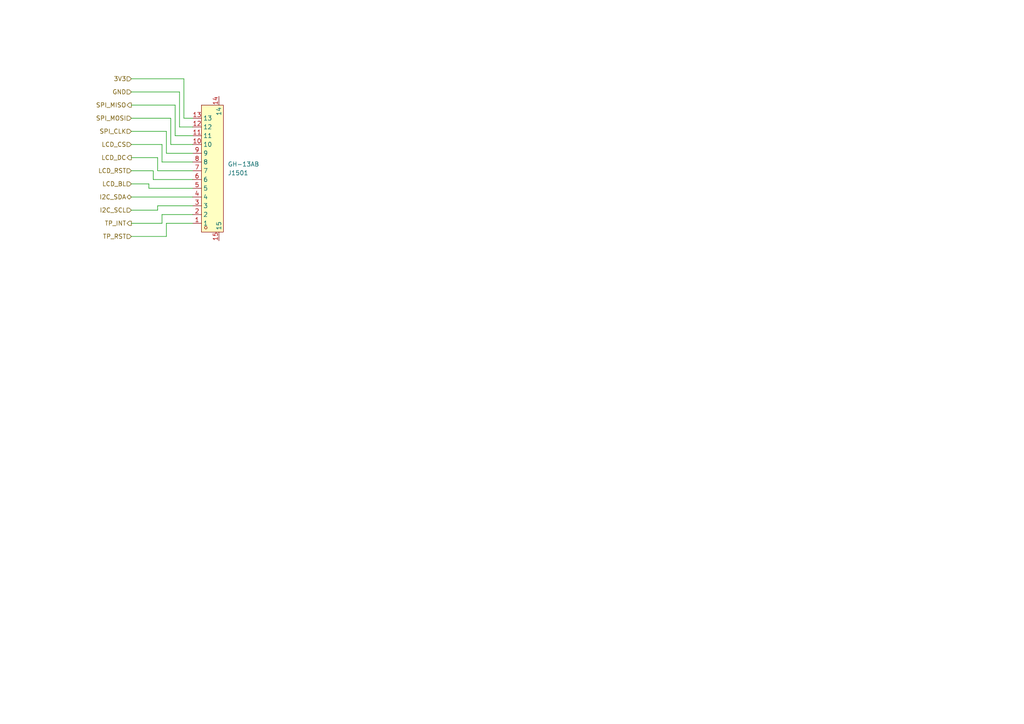
<source format=kicad_sch>
(kicad_sch (version 20250114) (generator "eeschema") (generator_version "9.0")
  (paper "A4")
  (title_block (title "E-Kart Option 1") (date "2025-04-01") (rev "1") (company "Leomax") (comment 1 "zentrale Steuer- und Kommunkationsplatine") (comment 2 "Bachelorarbiet") (comment 3 "Sebastian Hampl"))
  (lib_symbols
    (symbol "easyeda2kicad:GH-13AB"
      (property "Reference" "U" (at 0 26.67 0))
      (property "Value" "GH-13AB" (at 0 -25.4 0))
      (symbol "GH-13AB_0_1"
        (rectangle (start -1.27 19.05) (end 5.08 -17.78) (fill (type background)))
        (circle (center 0 17.78) (radius 0.38))
        (pin unspecified line (at -3.81 16.51 0) (length 2.54) (name "1") (number "1"))
        (pin unspecified line (at -3.81 13.97 0) (length 2.54) (name "2") (number "2"))
        (pin unspecified line (at -3.81 11.43 0) (length 2.54) (name "3") (number "3"))
        (pin unspecified line (at -3.81 8.89 0) (length 2.54) (name "4") (number "4"))
        (pin unspecified line (at -3.81 6.35 0) (length 2.54) (name "5") (number "5"))
        (pin unspecified line (at -3.81 3.81 0) (length 2.54) (name "6") (number "6"))
        (pin unspecified line (at -3.81 1.27 0) (length 2.54) (name "7") (number "7"))
        (pin unspecified line (at -3.81 -1.27 0) (length 2.54) (name "8") (number "8"))
        (pin unspecified line (at -3.81 -3.81 0) (length 2.54) (name "9") (number "9"))
        (pin unspecified line (at -3.81 -6.35 0) (length 2.54) (name "10") (number "10"))
        (pin unspecified line (at -3.81 -8.89 0) (length 2.54) (name "11") (number "11"))
        (pin unspecified line (at -3.81 -11.43 0) (length 2.54) (name "12") (number "12"))
        (pin unspecified line (at -3.81 -13.97 0) (length 2.54) (name "13") (number "13"))
        (pin unspecified line (at 3.81 21.59 270) (length 2.54) (name "15") (number "15"))
        (pin unspecified line (at 3.81 -20.32 90) (length 2.54) (name "14") (number "14"))
      )
    )
  )
  (wire (pts (xy 49.53 34.29) (xy 49.53 41.91)))
  (wire (pts (xy 38.1 41.91) (xy 46.99 41.91)))
  (wire (pts (xy 38.1 57.15) (xy 55.88 57.15)))
  (wire (pts (xy 55.88 44.45) (xy 48.26 44.45)))
  (wire (pts (xy 38.1 45.72) (xy 45.72 45.72)))
  (wire (pts (xy 48.26 44.45) (xy 48.26 38.1)))
  (wire (pts (xy 45.72 49.53) (xy 55.88 49.53)))
  (wire (pts (xy 48.26 64.77) (xy 55.88 64.77)))
  (wire (pts (xy 44.45 52.07) (xy 44.45 49.53)))
  (wire (pts (xy 53.34 22.86) (xy 53.34 34.29)))
  (wire (pts (xy 38.1 34.29) (xy 49.53 34.29)))
  (wire (pts (xy 38.1 26.67) (xy 52.07 26.67)))
  (wire (pts (xy 49.53 41.91) (xy 55.88 41.91)))
  (wire (pts (xy 52.07 26.67) (xy 52.07 36.83)))
  (wire (pts (xy 53.34 34.29) (xy 55.88 34.29)))
  (wire (pts (xy 46.99 41.91) (xy 46.99 46.99)))
  (wire (pts (xy 55.88 54.61) (xy 43.18 54.61)))
  (wire (pts (xy 45.72 59.69) (xy 55.88 59.69)))
  (wire (pts (xy 55.88 62.23) (xy 46.99 62.23)))
  (wire (pts (xy 46.99 46.99) (xy 55.88 46.99)))
  (wire (pts (xy 38.1 30.48) (xy 50.8 30.48)))
  (wire (pts (xy 48.26 68.58) (xy 48.26 64.77)))
  (wire (pts (xy 46.99 62.23) (xy 46.99 64.77)))
  (wire (pts (xy 45.72 60.96) (xy 45.72 59.69)))
  (wire (pts (xy 44.45 49.53) (xy 38.1 49.53)))
  (wire (pts (xy 52.07 36.83) (xy 55.88 36.83)))
  (wire (pts (xy 38.1 38.1) (xy 48.26 38.1)))
  (wire (pts (xy 45.72 45.72) (xy 45.72 49.53)))
  (wire (pts (xy 43.18 54.61) (xy 43.18 53.34)))
  (wire (pts (xy 55.88 52.07) (xy 44.45 52.07)))
  (wire (pts (xy 38.1 64.77) (xy 46.99 64.77)))
  (wire (pts (xy 38.1 68.58) (xy 48.26 68.58)))
  (wire (pts (xy 38.1 53.34) (xy 43.18 53.34)))
  (wire (pts (xy 50.8 39.37) (xy 55.88 39.37)))
  (wire (pts (xy 50.8 30.48) (xy 50.8 39.37)))
  (wire (pts (xy 38.1 22.86) (xy 53.34 22.86)))
  (wire (pts (xy 45.72 60.96) (xy 38.1 60.96)))
  (hierarchical_label "TP_INT" (shape output) (at 38.1 64.77 180))
  (hierarchical_label "LCD_CS" (shape input) (at 38.1 41.91 180))
  (hierarchical_label "LCD_DC" (shape output) (at 38.1 45.72 180))
  (hierarchical_label "3V3" (shape input) (at 38.1 22.86 180))
  (hierarchical_label "SPI_CLK" (shape input) (at 38.1 38.1 180))
  (hierarchical_label "I2C_SDA" (shape bidirectional) (at 38.1 57.15 180))
  (hierarchical_label "LCD_RST" (shape input) (at 38.1 49.53 180))
  (hierarchical_label "SPI_MOSI" (shape input) (at 38.1 34.29 180))
  (hierarchical_label "I2C_SCL" (shape input) (at 38.1 60.96 180))
  (hierarchical_label "LCD_BL" (shape input) (at 38.1 53.34 180))
  (hierarchical_label "TP_RST" (shape input) (at 38.1 68.58 180))
  (hierarchical_label "SPI_MISO" (shape output) (at 38.1 30.48 180))
  (hierarchical_label "GND" (shape input) (at 38.1 26.67 180))
  (symbol (lib_id "easyeda2kicad:GH-13AB") (at 59.69 48.26 0) (mirror x) (unit 1)
    (property "Reference" "J1501" (at 66.04 50.1651 0) (effects (justify left)))
    (property "Value" "GH-13AB" (at 66.04 47.6251 0) (effects (justify left)))
    (property "Footprint" "easyeda2kicad:CONN-SMD_GH-13AB" (effects (hide yes)))
    (property "LCSC Part" "C20617469" (effects (hide yes)))
  )
)
</source>
